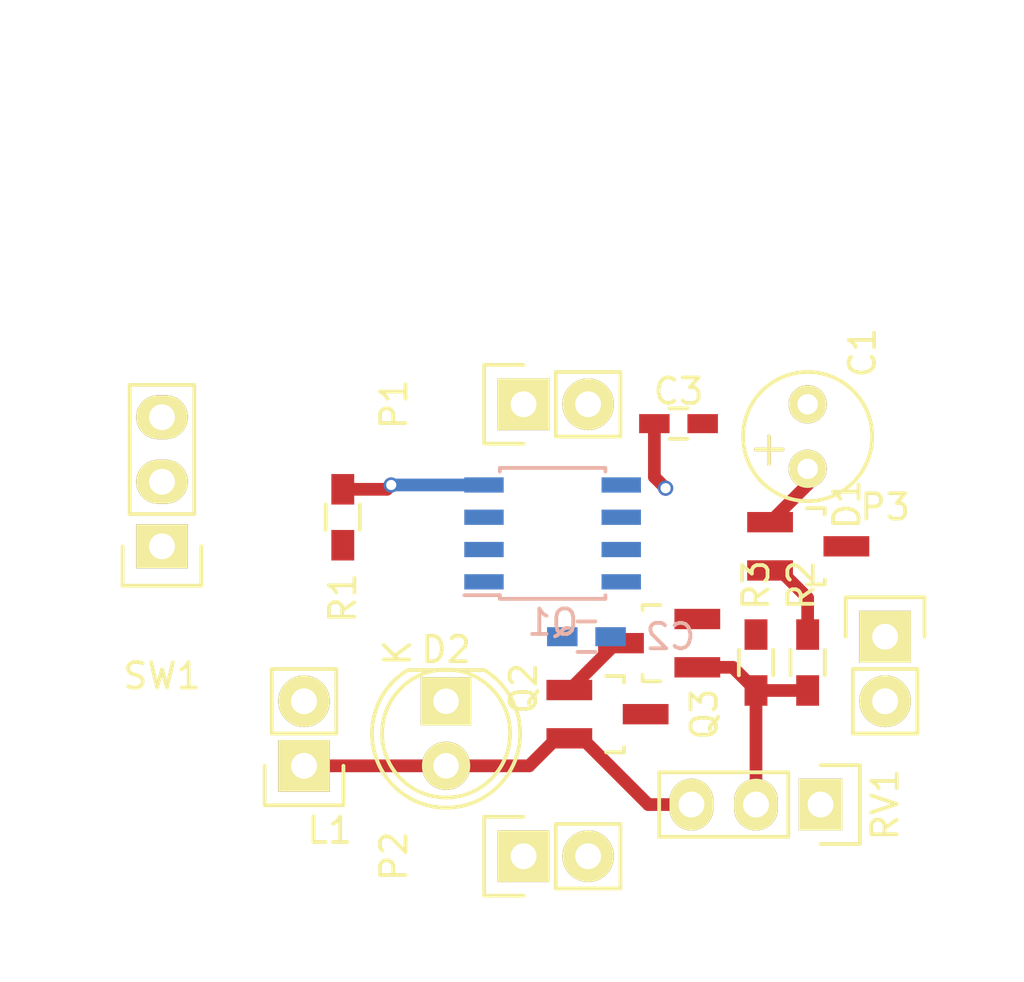
<source format=kicad_pcb>
(kicad_pcb (version 4) (host pcbnew "(2015-04-09 BZR 5589)-product")

  (general
    (links 33)
    (no_connects 23)
    (area 0 0 0 0)
    (thickness 1.6)
    (drawings 1)
    (tracks 27)
    (zones 0)
    (modules 17)
    (nets 12)
  )

  (page A4)
  (layers
    (0 F.Cu signal)
    (31 B.Cu signal)
    (32 B.Adhes user)
    (33 F.Adhes user)
    (34 B.Paste user)
    (35 F.Paste user)
    (36 B.SilkS user)
    (37 F.SilkS user)
    (38 B.Mask user)
    (39 F.Mask user)
    (40 Dwgs.User user)
    (41 Cmts.User user)
    (42 Eco1.User user)
    (43 Eco2.User user)
    (44 Edge.Cuts user)
    (45 Margin user)
    (46 B.CrtYd user)
    (47 F.CrtYd user)
    (48 B.Fab user)
    (49 F.Fab user)
  )

  (setup
    (last_trace_width 0.5)
    (user_trace_width 0.5)
    (trace_clearance 0.2)
    (zone_clearance 0.508)
    (zone_45_only no)
    (trace_min 0.2)
    (segment_width 0.2)
    (edge_width 0.1)
    (via_size 0.6)
    (via_drill 0.4)
    (via_min_size 0.4)
    (via_min_drill 0.3)
    (uvia_size 0.3)
    (uvia_drill 0.1)
    (uvias_allowed no)
    (uvia_min_size 0.2)
    (uvia_min_drill 0.1)
    (pcb_text_width 0.3)
    (pcb_text_size 1.5 1.5)
    (mod_edge_width 0.15)
    (mod_text_size 1 1)
    (mod_text_width 0.15)
    (pad_size 1.5 1.5)
    (pad_drill 0.6)
    (pad_to_mask_clearance 0)
    (aux_axis_origin 0 0)
    (grid_origin 153.416 135.128)
    (visible_elements FFFEFF7F)
    (pcbplotparams
      (layerselection 0x00030_80000001)
      (usegerberextensions false)
      (excludeedgelayer true)
      (linewidth 0.100000)
      (plotframeref false)
      (viasonmask false)
      (mode 1)
      (useauxorigin false)
      (hpglpennumber 1)
      (hpglpenspeed 20)
      (hpglpendiameter 15)
      (hpglpenoverlay 2)
      (psnegative false)
      (psa4output false)
      (plotreference true)
      (plotvalue true)
      (plotinvisibletext false)
      (padsonsilk false)
      (subtractmaskfromsilk false)
      (outputformat 1)
      (mirror false)
      (drillshape 1)
      (scaleselection 1)
      (outputdirectory ""))
  )

  (net 0 "")
  (net 1 GND)
  (net 2 +5V)
  (net 3 "Net-(D1-Pad2)")
  (net 4 PEND_SIG)
  (net 5 "Net-(Q1-Pad1)")
  (net 6 "Net-(Q1-Pad4)")
  (net 7 VCC)
  (net 8 "Net-(Q2-Pad1)")
  (net 9 "Net-(Q2-Pad3)")
  (net 10 "Net-(R1-Pad2)")
  (net 11 "Net-(RV1-Pad1)")

  (net_class Default "This is the default net class."
    (clearance 0.2)
    (trace_width 0.25)
    (via_dia 0.6)
    (via_drill 0.4)
    (uvia_dia 0.3)
    (uvia_drill 0.1)
    (add_net +5V)
    (add_net GND)
    (add_net "Net-(D1-Pad2)")
    (add_net "Net-(Q1-Pad1)")
    (add_net "Net-(Q1-Pad4)")
    (add_net "Net-(Q2-Pad1)")
    (add_net "Net-(Q2-Pad3)")
    (add_net "Net-(R1-Pad2)")
    (add_net "Net-(RV1-Pad1)")
    (add_net PEND_SIG)
    (add_net VCC)
  )

  (module Capacitors_SMD:C_0603_HandSoldering (layer B.Cu) (tedit 541A9B4D) (tstamp 563023C7)
    (at 146.746 128.524 180)
    (descr "Capacitor SMD 0603, hand soldering")
    (tags "capacitor 0603")
    (path /56302324)
    (attr smd)
    (fp_text reference C2 (at -3.302 0 180) (layer B.SilkS)
      (effects (font (size 1 1) (thickness 0.15)) (justify mirror))
    )
    (fp_text value 1u (at 0 -1.9 180) (layer B.Fab)
      (effects (font (size 1 1) (thickness 0.15)) (justify mirror))
    )
    (fp_line (start -1.85 0.75) (end 1.85 0.75) (layer B.CrtYd) (width 0.05))
    (fp_line (start -1.85 -0.75) (end 1.85 -0.75) (layer B.CrtYd) (width 0.05))
    (fp_line (start -1.85 0.75) (end -1.85 -0.75) (layer B.CrtYd) (width 0.05))
    (fp_line (start 1.85 0.75) (end 1.85 -0.75) (layer B.CrtYd) (width 0.05))
    (fp_line (start -0.35 0.6) (end 0.35 0.6) (layer B.SilkS) (width 0.15))
    (fp_line (start 0.35 -0.6) (end -0.35 -0.6) (layer B.SilkS) (width 0.15))
    (pad 1 smd rect (at -0.95 0 180) (size 1.2 0.75) (layers B.Cu B.Paste B.Mask)
      (net 7 VCC))
    (pad 2 smd rect (at 0.95 0 180) (size 1.2 0.75) (layers B.Cu B.Paste B.Mask)
      (net 1 GND))
    (model Capacitors_SMD.3dshapes/C_0603_HandSoldering.wrl
      (at (xyz 0 0 0))
      (scale (xyz 1 1 1))
      (rotate (xyz 0 0 0))
    )
  )

  (module LEDs:LED-5MM (layer F.Cu) (tedit 5570F7EA) (tstamp 563023D4)
    (at 141.224 131.064 270)
    (descr "LED 5mm round vertical")
    (tags "LED 5mm round vertical")
    (path /562972A8)
    (fp_text reference D2 (at -2.032 0 540) (layer F.SilkS)
      (effects (font (size 1 1) (thickness 0.15)))
    )
    (fp_text value LED (at 1.524 -3.937 270) (layer F.Fab)
      (effects (font (size 1 1) (thickness 0.15)))
    )
    (fp_line (start -1.5 -1.55) (end -1.5 1.55) (layer F.CrtYd) (width 0.05))
    (fp_arc (start 1.3 0) (end -1.5 1.55) (angle -302) (layer F.CrtYd) (width 0.05))
    (fp_arc (start 1.27 0) (end -1.23 -1.5) (angle 297.5) (layer F.SilkS) (width 0.15))
    (fp_line (start -1.23 1.5) (end -1.23 -1.5) (layer F.SilkS) (width 0.15))
    (fp_circle (center 1.27 0) (end 0.97 -2.5) (layer F.SilkS) (width 0.15))
    (fp_text user K (at -1.905 1.905 270) (layer F.SilkS)
      (effects (font (size 1 1) (thickness 0.15)))
    )
    (pad 1 thru_hole rect (at 0 0) (size 2 1.9) (drill 1.00076) (layers *.Cu *.Mask F.SilkS)
      (net 1 GND))
    (pad 2 thru_hole circle (at 2.54 0 270) (size 1.9 1.9) (drill 1.00076) (layers *.Cu *.Mask F.SilkS)
      (net 4 PEND_SIG))
    (model LEDs.3dshapes/LED-5MM.wrl
      (at (xyz 0.05 0 0))
      (scale (xyz 1 1 1))
      (rotate (xyz 0 0 90))
    )
  )

  (module Pin_Headers:Pin_Header_Straight_1x02 (layer F.Cu) (tedit 54EA090C) (tstamp 563023DA)
    (at 135.636 133.604 180)
    (descr "Through hole pin header")
    (tags "pin header")
    (path /562973EC)
    (fp_text reference L1 (at -1.016 -2.54 180) (layer F.SilkS)
      (effects (font (size 1 1) (thickness 0.15)))
    )
    (fp_text value COIL (at 0 -3.1 180) (layer F.Fab)
      (effects (font (size 1 1) (thickness 0.15)))
    )
    (fp_line (start 1.27 1.27) (end 1.27 3.81) (layer F.SilkS) (width 0.15))
    (fp_line (start 1.55 -1.55) (end 1.55 0) (layer F.SilkS) (width 0.15))
    (fp_line (start -1.75 -1.75) (end -1.75 4.3) (layer F.CrtYd) (width 0.05))
    (fp_line (start 1.75 -1.75) (end 1.75 4.3) (layer F.CrtYd) (width 0.05))
    (fp_line (start -1.75 -1.75) (end 1.75 -1.75) (layer F.CrtYd) (width 0.05))
    (fp_line (start -1.75 4.3) (end 1.75 4.3) (layer F.CrtYd) (width 0.05))
    (fp_line (start 1.27 1.27) (end -1.27 1.27) (layer F.SilkS) (width 0.15))
    (fp_line (start -1.55 0) (end -1.55 -1.55) (layer F.SilkS) (width 0.15))
    (fp_line (start -1.55 -1.55) (end 1.55 -1.55) (layer F.SilkS) (width 0.15))
    (fp_line (start -1.27 1.27) (end -1.27 3.81) (layer F.SilkS) (width 0.15))
    (fp_line (start -1.27 3.81) (end 1.27 3.81) (layer F.SilkS) (width 0.15))
    (pad 1 thru_hole rect (at 0 0 180) (size 2.032 2.032) (drill 1.016) (layers *.Cu *.Mask F.SilkS)
      (net 4 PEND_SIG))
    (pad 2 thru_hole oval (at 0 2.54 180) (size 2.032 2.032) (drill 1.016) (layers *.Cu *.Mask F.SilkS)
      (net 1 GND))
    (model Pin_Headers.3dshapes/Pin_Header_Straight_1x02.wrl
      (at (xyz 0 -0.05 0))
      (scale (xyz 1 1 1))
      (rotate (xyz 0 0 90))
    )
  )

  (module Housings_SOIC:SOIC-8_3.9x4.9mm_Pitch1.27mm (layer B.Cu) (tedit 54130A77) (tstamp 563023ED)
    (at 145.415 124.46)
    (descr "8-Lead Plastic Small Outline (SN) - Narrow, 3.90 mm Body [SOIC] (see Microchip Packaging Specification 00000049BS.pdf)")
    (tags "SOIC 1.27")
    (path /56304A44)
    (attr smd)
    (fp_text reference Q1 (at 0 3.5) (layer B.SilkS)
      (effects (font (size 1 1) (thickness 0.15)) (justify mirror))
    )
    (fp_text value Si9933CDY (at 0 -3.5) (layer B.Fab)
      (effects (font (size 1 1) (thickness 0.15)) (justify mirror))
    )
    (fp_line (start -3.75 2.75) (end -3.75 -2.75) (layer B.CrtYd) (width 0.05))
    (fp_line (start 3.75 2.75) (end 3.75 -2.75) (layer B.CrtYd) (width 0.05))
    (fp_line (start -3.75 2.75) (end 3.75 2.75) (layer B.CrtYd) (width 0.05))
    (fp_line (start -3.75 -2.75) (end 3.75 -2.75) (layer B.CrtYd) (width 0.05))
    (fp_line (start -2.075 2.575) (end -2.075 2.43) (layer B.SilkS) (width 0.15))
    (fp_line (start 2.075 2.575) (end 2.075 2.43) (layer B.SilkS) (width 0.15))
    (fp_line (start 2.075 -2.575) (end 2.075 -2.43) (layer B.SilkS) (width 0.15))
    (fp_line (start -2.075 -2.575) (end -2.075 -2.43) (layer B.SilkS) (width 0.15))
    (fp_line (start -2.075 2.575) (end 2.075 2.575) (layer B.SilkS) (width 0.15))
    (fp_line (start -2.075 -2.575) (end 2.075 -2.575) (layer B.SilkS) (width 0.15))
    (fp_line (start -2.075 2.43) (end -3.475 2.43) (layer B.SilkS) (width 0.15))
    (pad 1 smd rect (at -2.7 1.905) (size 1.55 0.6) (layers B.Cu B.Paste B.Mask)
      (net 5 "Net-(Q1-Pad1)"))
    (pad 2 smd rect (at -2.7 0.635) (size 1.55 0.6) (layers B.Cu B.Paste B.Mask)
      (net 1 GND))
    (pad 3 smd rect (at -2.7 -0.635) (size 1.55 0.6) (layers B.Cu B.Paste B.Mask)
      (net 5 "Net-(Q1-Pad1)"))
    (pad 4 smd rect (at -2.7 -1.905) (size 1.55 0.6) (layers B.Cu B.Paste B.Mask)
      (net 6 "Net-(Q1-Pad4)"))
    (pad 5 smd rect (at 2.7 -1.905) (size 1.55 0.6) (layers B.Cu B.Paste B.Mask)
      (net 2 +5V))
    (pad 6 smd rect (at 2.7 -0.635) (size 1.55 0.6) (layers B.Cu B.Paste B.Mask)
      (net 2 +5V))
    (pad 7 smd rect (at 2.7 0.635) (size 1.55 0.6) (layers B.Cu B.Paste B.Mask)
      (net 7 VCC))
    (pad 8 smd rect (at 2.7 1.905) (size 1.55 0.6) (layers B.Cu B.Paste B.Mask)
      (net 7 VCC))
    (model Housings_SOIC.3dshapes/SOIC-8_3.9x4.9mm_Pitch1.27mm.wrl
      (at (xyz 0 0 0))
      (scale (xyz 1 1 1))
      (rotate (xyz 0 0 0))
    )
  )

  (module Resistors_SMD:R_0603_HandSoldering (layer F.Cu) (tedit 5418A00F) (tstamp 56302401)
    (at 137.16 123.825 270)
    (descr "Resistor SMD 0603, hand soldering")
    (tags "resistor 0603")
    (path /563046D2)
    (attr smd)
    (fp_text reference R1 (at 3.175 0 270) (layer F.SilkS)
      (effects (font (size 1 1) (thickness 0.15)))
    )
    (fp_text value 1K (at 0 1.9 270) (layer F.Fab)
      (effects (font (size 1 1) (thickness 0.15)))
    )
    (fp_line (start -2 -0.8) (end 2 -0.8) (layer F.CrtYd) (width 0.05))
    (fp_line (start -2 0.8) (end 2 0.8) (layer F.CrtYd) (width 0.05))
    (fp_line (start -2 -0.8) (end -2 0.8) (layer F.CrtYd) (width 0.05))
    (fp_line (start 2 -0.8) (end 2 0.8) (layer F.CrtYd) (width 0.05))
    (fp_line (start 0.5 0.675) (end -0.5 0.675) (layer F.SilkS) (width 0.15))
    (fp_line (start -0.5 -0.675) (end 0.5 -0.675) (layer F.SilkS) (width 0.15))
    (pad 1 smd rect (at -1.1 0 270) (size 1.2 0.9) (layers F.Cu F.Paste F.Mask)
      (net 6 "Net-(Q1-Pad4)"))
    (pad 2 smd rect (at 1.1 0 270) (size 1.2 0.9) (layers F.Cu F.Paste F.Mask)
      (net 10 "Net-(R1-Pad2)"))
    (model Resistors_SMD.3dshapes/R_0603_HandSoldering.wrl
      (at (xyz 0 0 0))
      (scale (xyz 1 1 1))
      (rotate (xyz 0 0 0))
    )
  )

  (module Resistors_SMD:R_0603_HandSoldering (layer F.Cu) (tedit 5418A00F) (tstamp 56302407)
    (at 155.448 129.54 90)
    (descr "Resistor SMD 0603, hand soldering")
    (tags "resistor 0603")
    (path /562971DA)
    (attr smd)
    (fp_text reference R2 (at 3.048 -0.254 90) (layer F.SilkS)
      (effects (font (size 1 1) (thickness 0.15)))
    )
    (fp_text value 100K (at 0 1.9 90) (layer F.Fab)
      (effects (font (size 1 1) (thickness 0.15)))
    )
    (fp_line (start -2 -0.8) (end 2 -0.8) (layer F.CrtYd) (width 0.05))
    (fp_line (start -2 0.8) (end 2 0.8) (layer F.CrtYd) (width 0.05))
    (fp_line (start -2 -0.8) (end -2 0.8) (layer F.CrtYd) (width 0.05))
    (fp_line (start 2 -0.8) (end 2 0.8) (layer F.CrtYd) (width 0.05))
    (fp_line (start 0.5 0.675) (end -0.5 0.675) (layer F.SilkS) (width 0.15))
    (fp_line (start -0.5 -0.675) (end 0.5 -0.675) (layer F.SilkS) (width 0.15))
    (pad 1 smd rect (at -1.1 0 90) (size 1.2 0.9) (layers F.Cu F.Paste F.Mask)
      (net 8 "Net-(Q2-Pad1)"))
    (pad 2 smd rect (at 1.1 0 90) (size 1.2 0.9) (layers F.Cu F.Paste F.Mask)
      (net 3 "Net-(D1-Pad2)"))
    (model Resistors_SMD.3dshapes/R_0603_HandSoldering.wrl
      (at (xyz 0 0 0))
      (scale (xyz 1 1 1))
      (rotate (xyz 0 0 0))
    )
  )

  (module Resistors_SMD:R_0603_HandSoldering (layer F.Cu) (tedit 5418A00F) (tstamp 5630240D)
    (at 153.416 129.54 270)
    (descr "Resistor SMD 0603, hand soldering")
    (tags "resistor 0603")
    (path /563015E2)
    (attr smd)
    (fp_text reference R3 (at -3.048 0 270) (layer F.SilkS)
      (effects (font (size 1 1) (thickness 0.15)))
    )
    (fp_text value 10K (at 0 1.9 270) (layer F.Fab)
      (effects (font (size 1 1) (thickness 0.15)))
    )
    (fp_line (start -2 -0.8) (end 2 -0.8) (layer F.CrtYd) (width 0.05))
    (fp_line (start -2 0.8) (end 2 0.8) (layer F.CrtYd) (width 0.05))
    (fp_line (start -2 -0.8) (end -2 0.8) (layer F.CrtYd) (width 0.05))
    (fp_line (start 2 -0.8) (end 2 0.8) (layer F.CrtYd) (width 0.05))
    (fp_line (start 0.5 0.675) (end -0.5 0.675) (layer F.SilkS) (width 0.15))
    (fp_line (start -0.5 -0.675) (end 0.5 -0.675) (layer F.SilkS) (width 0.15))
    (pad 1 smd rect (at -1.1 0 270) (size 1.2 0.9) (layers F.Cu F.Paste F.Mask)
      (net 1 GND))
    (pad 2 smd rect (at 1.1 0 270) (size 1.2 0.9) (layers F.Cu F.Paste F.Mask)
      (net 8 "Net-(Q2-Pad1)"))
    (model Resistors_SMD.3dshapes/R_0603_HandSoldering.wrl
      (at (xyz 0 0 0))
      (scale (xyz 1 1 1))
      (rotate (xyz 0 0 0))
    )
  )

  (module Pin_Headers:Pin_Header_Straight_1x03 (layer F.Cu) (tedit 0) (tstamp 56302414)
    (at 155.956 135.128 270)
    (descr "Through hole pin header")
    (tags "pin header")
    (path /56301D21)
    (fp_text reference RV1 (at 0 -2.54 270) (layer F.SilkS)
      (effects (font (size 1 1) (thickness 0.15)))
    )
    (fp_text value "100K Linear" (at 0 -3.1 270) (layer F.Fab)
      (effects (font (size 1 1) (thickness 0.15)))
    )
    (fp_line (start -1.75 -1.75) (end -1.75 6.85) (layer F.CrtYd) (width 0.05))
    (fp_line (start 1.75 -1.75) (end 1.75 6.85) (layer F.CrtYd) (width 0.05))
    (fp_line (start -1.75 -1.75) (end 1.75 -1.75) (layer F.CrtYd) (width 0.05))
    (fp_line (start -1.75 6.85) (end 1.75 6.85) (layer F.CrtYd) (width 0.05))
    (fp_line (start -1.27 1.27) (end -1.27 6.35) (layer F.SilkS) (width 0.15))
    (fp_line (start -1.27 6.35) (end 1.27 6.35) (layer F.SilkS) (width 0.15))
    (fp_line (start 1.27 6.35) (end 1.27 1.27) (layer F.SilkS) (width 0.15))
    (fp_line (start 1.55 -1.55) (end 1.55 0) (layer F.SilkS) (width 0.15))
    (fp_line (start 1.27 1.27) (end -1.27 1.27) (layer F.SilkS) (width 0.15))
    (fp_line (start -1.55 0) (end -1.55 -1.55) (layer F.SilkS) (width 0.15))
    (fp_line (start -1.55 -1.55) (end 1.55 -1.55) (layer F.SilkS) (width 0.15))
    (pad 1 thru_hole rect (at 0 0 270) (size 2.032 1.7272) (drill 1.016) (layers *.Cu *.Mask F.SilkS)
      (net 11 "Net-(RV1-Pad1)"))
    (pad 2 thru_hole oval (at 0 2.54 270) (size 2.032 1.7272) (drill 1.016) (layers *.Cu *.Mask F.SilkS)
      (net 8 "Net-(Q2-Pad1)"))
    (pad 3 thru_hole oval (at 0 5.08 270) (size 2.032 1.7272) (drill 1.016) (layers *.Cu *.Mask F.SilkS)
      (net 4 PEND_SIG))
    (model Pin_Headers.3dshapes/Pin_Header_Straight_1x03.wrl
      (at (xyz 0 -0.1 0))
      (scale (xyz 1 1 1))
      (rotate (xyz 0 0 90))
    )
  )

  (module Pin_Headers:Pin_Header_Straight_1x03 (layer F.Cu) (tedit 0) (tstamp 5630241B)
    (at 130.048 124.968 180)
    (descr "Through hole pin header")
    (tags "pin header")
    (path /56303CA1)
    (fp_text reference SW1 (at 0 -5.1 180) (layer F.SilkS)
      (effects (font (size 1 1) (thickness 0.15)))
    )
    (fp_text value SWITCH_INV (at 0 -3.1 180) (layer F.Fab)
      (effects (font (size 1 1) (thickness 0.15)))
    )
    (fp_line (start -1.75 -1.75) (end -1.75 6.85) (layer F.CrtYd) (width 0.05))
    (fp_line (start 1.75 -1.75) (end 1.75 6.85) (layer F.CrtYd) (width 0.05))
    (fp_line (start -1.75 -1.75) (end 1.75 -1.75) (layer F.CrtYd) (width 0.05))
    (fp_line (start -1.75 6.85) (end 1.75 6.85) (layer F.CrtYd) (width 0.05))
    (fp_line (start -1.27 1.27) (end -1.27 6.35) (layer F.SilkS) (width 0.15))
    (fp_line (start -1.27 6.35) (end 1.27 6.35) (layer F.SilkS) (width 0.15))
    (fp_line (start 1.27 6.35) (end 1.27 1.27) (layer F.SilkS) (width 0.15))
    (fp_line (start 1.55 -1.55) (end 1.55 0) (layer F.SilkS) (width 0.15))
    (fp_line (start 1.27 1.27) (end -1.27 1.27) (layer F.SilkS) (width 0.15))
    (fp_line (start -1.55 0) (end -1.55 -1.55) (layer F.SilkS) (width 0.15))
    (fp_line (start -1.55 -1.55) (end 1.55 -1.55) (layer F.SilkS) (width 0.15))
    (pad 1 thru_hole rect (at 0 0 180) (size 2.032 1.7272) (drill 1.016) (layers *.Cu *.Mask F.SilkS)
      (net 1 GND))
    (pad 2 thru_hole oval (at 0 2.54 180) (size 2.032 1.7272) (drill 1.016) (layers *.Cu *.Mask F.SilkS)
      (net 10 "Net-(R1-Pad2)"))
    (pad 3 thru_hole oval (at 0 5.08 180) (size 2.032 1.7272) (drill 1.016) (layers *.Cu *.Mask F.SilkS)
      (net 2 +5V))
    (model Pin_Headers.3dshapes/Pin_Header_Straight_1x03.wrl
      (at (xyz 0 -0.1 0))
      (scale (xyz 1 1 1))
      (rotate (xyz 0 0 90))
    )
  )

  (module Housings_SOT-23_SOT-143_TSOT-6:SOT-23_Handsoldering (layer F.Cu) (tedit 54E9291B) (tstamp 5630254D)
    (at 155.47086 124.968 270)
    (descr "SOT-23, Handsoldering")
    (tags SOT-23)
    (path /5629717F)
    (attr smd)
    (fp_text reference D1 (at -1.651 -1.524 270) (layer F.SilkS)
      (effects (font (size 1 1) (thickness 0.15)))
    )
    (fp_text value 1N914 (at 0 3.81 270) (layer F.Fab)
      (effects (font (size 1 1) (thickness 0.15)))
    )
    (fp_line (start -1.49982 0.0508) (end -1.49982 -0.65024) (layer F.SilkS) (width 0.15))
    (fp_line (start -1.49982 -0.65024) (end -1.2509 -0.65024) (layer F.SilkS) (width 0.15))
    (fp_line (start 1.29916 -0.65024) (end 1.49982 -0.65024) (layer F.SilkS) (width 0.15))
    (fp_line (start 1.49982 -0.65024) (end 1.49982 0.0508) (layer F.SilkS) (width 0.15))
    (pad 1 smd rect (at -0.95 1.50114 270) (size 0.8001 1.80086) (layers F.Cu F.Paste F.Mask)
      (net 7 VCC))
    (pad 2 smd rect (at 0.95 1.50114 270) (size 0.8001 1.80086) (layers F.Cu F.Paste F.Mask)
      (net 3 "Net-(D1-Pad2)"))
    (pad 3 smd rect (at 0 -1.50114 270) (size 0.8001 1.80086) (layers F.Cu F.Paste F.Mask))
    (model Housings_SOT-23_SOT-143_TSOT-6.3dshapes/SOT-23_Handsoldering.wrl
      (at (xyz 0 0 0))
      (scale (xyz 1 1 1))
      (rotate (xyz 0 0 0))
    )
  )

  (module Housings_SOT-23_SOT-143_TSOT-6:SOT-23_Handsoldering (layer F.Cu) (tedit 54E9291B) (tstamp 56302553)
    (at 149.606 128.778 90)
    (descr "SOT-23, Handsoldering")
    (tags SOT-23)
    (path /563018F9)
    (attr smd)
    (fp_text reference Q2 (at -1.778 -5.334 90) (layer F.SilkS)
      (effects (font (size 1 1) (thickness 0.15)))
    )
    (fp_text value MMBT3904 (at 0 3.81 90) (layer F.Fab)
      (effects (font (size 1 1) (thickness 0.15)))
    )
    (fp_line (start -1.49982 0.0508) (end -1.49982 -0.65024) (layer F.SilkS) (width 0.15))
    (fp_line (start -1.49982 -0.65024) (end -1.2509 -0.65024) (layer F.SilkS) (width 0.15))
    (fp_line (start 1.29916 -0.65024) (end 1.49982 -0.65024) (layer F.SilkS) (width 0.15))
    (fp_line (start 1.49982 -0.65024) (end 1.49982 0.0508) (layer F.SilkS) (width 0.15))
    (pad 1 smd rect (at -0.95 1.50114 90) (size 0.8001 1.80086) (layers F.Cu F.Paste F.Mask)
      (net 8 "Net-(Q2-Pad1)"))
    (pad 2 smd rect (at 0.95 1.50114 90) (size 0.8001 1.80086) (layers F.Cu F.Paste F.Mask)
      (net 1 GND))
    (pad 3 smd rect (at 0 -1.50114 90) (size 0.8001 1.80086) (layers F.Cu F.Paste F.Mask)
      (net 9 "Net-(Q2-Pad3)"))
    (model Housings_SOT-23_SOT-143_TSOT-6.3dshapes/SOT-23_Handsoldering.wrl
      (at (xyz 0 0 0))
      (scale (xyz 1 1 1))
      (rotate (xyz 0 0 0))
    )
  )

  (module Housings_SOT-23_SOT-143_TSOT-6:SOT-23_Handsoldering (layer F.Cu) (tedit 54E9291B) (tstamp 56302559)
    (at 147.574 131.572 270)
    (descr "SOT-23, Handsoldering")
    (tags SOT-23)
    (path /56305BC1)
    (attr smd)
    (fp_text reference Q3 (at 0 -3.81 270) (layer F.SilkS)
      (effects (font (size 1 1) (thickness 0.15)))
    )
    (fp_text value MMBT3906 (at 0 3.81 270) (layer F.Fab)
      (effects (font (size 1 1) (thickness 0.15)))
    )
    (fp_line (start -1.49982 0.0508) (end -1.49982 -0.65024) (layer F.SilkS) (width 0.15))
    (fp_line (start -1.49982 -0.65024) (end -1.2509 -0.65024) (layer F.SilkS) (width 0.15))
    (fp_line (start 1.29916 -0.65024) (end 1.49982 -0.65024) (layer F.SilkS) (width 0.15))
    (fp_line (start 1.49982 -0.65024) (end 1.49982 0.0508) (layer F.SilkS) (width 0.15))
    (pad 1 smd rect (at -0.95 1.50114 270) (size 0.8001 1.80086) (layers F.Cu F.Paste F.Mask)
      (net 9 "Net-(Q2-Pad3)"))
    (pad 2 smd rect (at 0.95 1.50114 270) (size 0.8001 1.80086) (layers F.Cu F.Paste F.Mask)
      (net 4 PEND_SIG))
    (pad 3 smd rect (at 0 -1.50114 270) (size 0.8001 1.80086) (layers F.Cu F.Paste F.Mask)
      (net 7 VCC))
    (model Housings_SOT-23_SOT-143_TSOT-6.3dshapes/SOT-23_Handsoldering.wrl
      (at (xyz 0 0 0))
      (scale (xyz 1 1 1))
      (rotate (xyz 0 0 0))
    )
  )

  (module Capacitors_Elko_ThroughHole:Elko_vert_11x5mm_RM2.5 (layer F.Cu) (tedit 5454A2C2) (tstamp 563028CF)
    (at 155.448 121.92 90)
    (descr "Electrolytic Capacitor, vertical, diameter 5mm, radial, RM 2,5mm")
    (tags "Electrolytic Capacitor, vertical, diameter 5mm, radial, RM 2,5mm, Elko, Electrolytkondensator, Kondensator gepolt, Durchmesser 5mm")
    (path /562971A4)
    (fp_text reference C1 (at 4.572 2.159 90) (layer F.SilkS)
      (effects (font (size 1 1) (thickness 0.15)))
    )
    (fp_text value 1000u (at 1.27 5.08 90) (layer F.Fab)
      (effects (font (size 1 1) (thickness 0.15)))
    )
    (fp_line (start 0.2032 -1.524) (end 1.27 -1.524) (layer F.Cu) (width 0.15))
    (fp_line (start 0.762 -2.032) (end 0.762 -0.9906) (layer F.Cu) (width 0.15))
    (fp_line (start 1.27 -1.524) (end 0.2032 -1.524) (layer F.SilkS) (width 0.15))
    (fp_line (start 0.762 -2.032) (end 0.762 -0.9906) (layer F.SilkS) (width 0.15))
    (fp_circle (center 1.27 0) (end 3.81 0) (layer F.SilkS) (width 0.15))
    (pad 2 thru_hole circle (at 2.54 0 90) (size 1.50114 1.50114) (drill 0.8001) (layers *.Cu *.Mask F.SilkS)
      (net 1 GND))
    (pad 1 thru_hole circle (at 0 0 90) (size 1.50114 1.50114) (drill 0.8001) (layers *.Cu *.Mask F.SilkS)
      (net 7 VCC))
    (model Capacitors_Elko_ThroughHole.3dshapes/Elko_vert_11x5mm_RM2.5.wrl
      (at (xyz 0 0 0))
      (scale (xyz 1 1 1))
      (rotate (xyz 0 0 0))
    )
  )

  (module Capacitors_SMD:C_0603_HandSoldering (layer F.Cu) (tedit 541A9B4D) (tstamp 563028D9)
    (at 150.368 120.142)
    (descr "Capacitor SMD 0603, hand soldering")
    (tags "capacitor 0603")
    (path /56306734)
    (attr smd)
    (fp_text reference C3 (at 0 -1.27) (layer F.SilkS)
      (effects (font (size 1 1) (thickness 0.15)))
    )
    (fp_text value 1u (at 0 1.9) (layer F.Fab)
      (effects (font (size 1 1) (thickness 0.15)))
    )
    (fp_line (start -1.85 -0.75) (end 1.85 -0.75) (layer F.CrtYd) (width 0.05))
    (fp_line (start -1.85 0.75) (end 1.85 0.75) (layer F.CrtYd) (width 0.05))
    (fp_line (start -1.85 -0.75) (end -1.85 0.75) (layer F.CrtYd) (width 0.05))
    (fp_line (start 1.85 -0.75) (end 1.85 0.75) (layer F.CrtYd) (width 0.05))
    (fp_line (start -0.35 -0.6) (end 0.35 -0.6) (layer F.SilkS) (width 0.15))
    (fp_line (start 0.35 0.6) (end -0.35 0.6) (layer F.SilkS) (width 0.15))
    (pad 1 smd rect (at -0.95 0) (size 1.2 0.75) (layers F.Cu F.Paste F.Mask)
      (net 2 +5V))
    (pad 2 smd rect (at 0.95 0) (size 1.2 0.75) (layers F.Cu F.Paste F.Mask)
      (net 1 GND))
    (model Capacitors_SMD.3dshapes/C_0603_HandSoldering.wrl
      (at (xyz 0 0 0))
      (scale (xyz 1 1 1))
      (rotate (xyz 0 0 0))
    )
  )

  (module Pin_Headers:Pin_Header_Straight_1x02 (layer F.Cu) (tedit 54EA090C) (tstamp 56303239)
    (at 144.272 137.16 90)
    (descr "Through hole pin header")
    (tags "pin header")
    (path /56307338)
    (fp_text reference P2 (at 0 -5.1 90) (layer F.SilkS)
      (effects (font (size 1 1) (thickness 0.15)))
    )
    (fp_text value CONN_01X02 (at 0 -3.1 90) (layer F.Fab)
      (effects (font (size 1 1) (thickness 0.15)))
    )
    (fp_line (start 1.27 1.27) (end 1.27 3.81) (layer F.SilkS) (width 0.15))
    (fp_line (start 1.55 -1.55) (end 1.55 0) (layer F.SilkS) (width 0.15))
    (fp_line (start -1.75 -1.75) (end -1.75 4.3) (layer F.CrtYd) (width 0.05))
    (fp_line (start 1.75 -1.75) (end 1.75 4.3) (layer F.CrtYd) (width 0.05))
    (fp_line (start -1.75 -1.75) (end 1.75 -1.75) (layer F.CrtYd) (width 0.05))
    (fp_line (start -1.75 4.3) (end 1.75 4.3) (layer F.CrtYd) (width 0.05))
    (fp_line (start 1.27 1.27) (end -1.27 1.27) (layer F.SilkS) (width 0.15))
    (fp_line (start -1.55 0) (end -1.55 -1.55) (layer F.SilkS) (width 0.15))
    (fp_line (start -1.55 -1.55) (end 1.55 -1.55) (layer F.SilkS) (width 0.15))
    (fp_line (start -1.27 1.27) (end -1.27 3.81) (layer F.SilkS) (width 0.15))
    (fp_line (start -1.27 3.81) (end 1.27 3.81) (layer F.SilkS) (width 0.15))
    (pad 1 thru_hole rect (at 0 0 90) (size 2.032 2.032) (drill 1.016) (layers *.Cu *.Mask F.SilkS)
      (net 4 PEND_SIG))
    (pad 2 thru_hole oval (at 0 2.54 90) (size 2.032 2.032) (drill 1.016) (layers *.Cu *.Mask F.SilkS)
      (net 4 PEND_SIG))
    (model Pin_Headers.3dshapes/Pin_Header_Straight_1x02.wrl
      (at (xyz 0 -0.05 0))
      (scale (xyz 1 1 1))
      (rotate (xyz 0 0 90))
    )
  )

  (module Pin_Headers:Pin_Header_Straight_1x02 (layer F.Cu) (tedit 54EA090C) (tstamp 5630323F)
    (at 158.496 128.524)
    (descr "Through hole pin header")
    (tags "pin header")
    (path /563074BD)
    (fp_text reference P3 (at 0 -5.1) (layer F.SilkS)
      (effects (font (size 1 1) (thickness 0.15)))
    )
    (fp_text value CONN_01X02 (at 0 -3.1) (layer F.Fab)
      (effects (font (size 1 1) (thickness 0.15)))
    )
    (fp_line (start 1.27 1.27) (end 1.27 3.81) (layer F.SilkS) (width 0.15))
    (fp_line (start 1.55 -1.55) (end 1.55 0) (layer F.SilkS) (width 0.15))
    (fp_line (start -1.75 -1.75) (end -1.75 4.3) (layer F.CrtYd) (width 0.05))
    (fp_line (start 1.75 -1.75) (end 1.75 4.3) (layer F.CrtYd) (width 0.05))
    (fp_line (start -1.75 -1.75) (end 1.75 -1.75) (layer F.CrtYd) (width 0.05))
    (fp_line (start -1.75 4.3) (end 1.75 4.3) (layer F.CrtYd) (width 0.05))
    (fp_line (start 1.27 1.27) (end -1.27 1.27) (layer F.SilkS) (width 0.15))
    (fp_line (start -1.55 0) (end -1.55 -1.55) (layer F.SilkS) (width 0.15))
    (fp_line (start -1.55 -1.55) (end 1.55 -1.55) (layer F.SilkS) (width 0.15))
    (fp_line (start -1.27 1.27) (end -1.27 3.81) (layer F.SilkS) (width 0.15))
    (fp_line (start -1.27 3.81) (end 1.27 3.81) (layer F.SilkS) (width 0.15))
    (pad 1 thru_hole rect (at 0 0) (size 2.032 2.032) (drill 1.016) (layers *.Cu *.Mask F.SilkS)
      (net 7 VCC))
    (pad 2 thru_hole oval (at 0 2.54) (size 2.032 2.032) (drill 1.016) (layers *.Cu *.Mask F.SilkS)
      (net 7 VCC))
    (model Pin_Headers.3dshapes/Pin_Header_Straight_1x02.wrl
      (at (xyz 0 -0.05 0))
      (scale (xyz 1 1 1))
      (rotate (xyz 0 0 90))
    )
  )

  (module Pin_Headers:Pin_Header_Straight_1x02 (layer F.Cu) (tedit 54EA090C) (tstamp 563032D9)
    (at 144.272 119.38 90)
    (descr "Through hole pin header")
    (tags "pin header")
    (path /56307131)
    (fp_text reference P1 (at 0 -5.1 90) (layer F.SilkS)
      (effects (font (size 1 1) (thickness 0.15)))
    )
    (fp_text value CONN_01X02 (at 0 -3.1 90) (layer F.Fab)
      (effects (font (size 1 1) (thickness 0.15)))
    )
    (fp_line (start 1.27 1.27) (end 1.27 3.81) (layer F.SilkS) (width 0.15))
    (fp_line (start 1.55 -1.55) (end 1.55 0) (layer F.SilkS) (width 0.15))
    (fp_line (start -1.75 -1.75) (end -1.75 4.3) (layer F.CrtYd) (width 0.05))
    (fp_line (start 1.75 -1.75) (end 1.75 4.3) (layer F.CrtYd) (width 0.05))
    (fp_line (start -1.75 -1.75) (end 1.75 -1.75) (layer F.CrtYd) (width 0.05))
    (fp_line (start -1.75 4.3) (end 1.75 4.3) (layer F.CrtYd) (width 0.05))
    (fp_line (start 1.27 1.27) (end -1.27 1.27) (layer F.SilkS) (width 0.15))
    (fp_line (start -1.55 0) (end -1.55 -1.55) (layer F.SilkS) (width 0.15))
    (fp_line (start -1.55 -1.55) (end 1.55 -1.55) (layer F.SilkS) (width 0.15))
    (fp_line (start -1.27 1.27) (end -1.27 3.81) (layer F.SilkS) (width 0.15))
    (fp_line (start -1.27 3.81) (end 1.27 3.81) (layer F.SilkS) (width 0.15))
    (pad 1 thru_hole rect (at 0 0 90) (size 2.032 2.032) (drill 1.016) (layers *.Cu *.Mask F.SilkS)
      (net 1 GND))
    (pad 2 thru_hole oval (at 0 2.54 90) (size 2.032 2.032) (drill 1.016) (layers *.Cu *.Mask F.SilkS)
      (net 2 +5V))
    (model Pin_Headers.3dshapes/Pin_Header_Straight_1x02.wrl
      (at (xyz 0 -0.05 0))
      (scale (xyz 1 1 1))
      (rotate (xyz 0 0 90))
    )
  )

  (dimension 40.005 (width 0.3) (layer Eco1.User)
    (gr_text "40.005 mm" (at 143.8275 105.33) (layer Eco1.User)
      (effects (font (size 1.5 1.5) (thickness 0.3)))
    )
    (feature1 (pts (xy 163.83 107.95) (xy 163.83 103.98)))
    (feature2 (pts (xy 123.825 107.95) (xy 123.825 103.98)))
    (crossbar (pts (xy 123.825 106.68) (xy 163.83 106.68)))
    (arrow1a (pts (xy 163.83 106.68) (xy 162.703496 107.266421)))
    (arrow1b (pts (xy 163.83 106.68) (xy 162.703496 106.093579)))
    (arrow2a (pts (xy 123.825 106.68) (xy 124.951504 107.266421)))
    (arrow2b (pts (xy 123.825 106.68) (xy 124.951504 106.093579)))
  )

  (segment (start 149.418 120.142) (end 149.418 122.24) (width 0.5) (layer F.Cu) (net 2))
  (via (at 149.86 122.682) (size 0.6) (layers F.Cu B.Cu) (net 2))
  (segment (start 149.418 122.24) (end 149.86 122.682) (width 0.5) (layer F.Cu) (net 2) (tstamp 56302988))
  (segment (start 154.366 125.918) (end 155.448 127) (width 0.5) (layer F.Cu) (net 3))
  (segment (start 155.448 127) (end 155.448 128.44) (width 0.5) (layer F.Cu) (net 3))
  (segment (start 153.96972 125.918) (end 154.366 125.918) (width 0.5) (layer F.Cu) (net 3))
  (segment (start 150.876 135.128) (end 149.17924 135.128) (width 0.5) (layer F.Cu) (net 4))
  (segment (start 149.17924 135.128) (end 146.57324 132.522) (width 0.5) (layer F.Cu) (net 4))
  (segment (start 146.57324 132.522) (end 146.07286 132.522) (width 0.5) (layer F.Cu) (net 4))
  (segment (start 141.224 133.604) (end 144.49048 133.604) (width 0.5) (layer F.Cu) (net 4))
  (segment (start 144.49048 133.604) (end 145.57248 132.522) (width 0.5) (layer F.Cu) (net 4))
  (segment (start 145.57248 132.522) (end 146.07286 132.522) (width 0.5) (layer F.Cu) (net 4))
  (segment (start 135.636 133.604) (end 141.224 133.604) (width 0.5) (layer F.Cu) (net 4))
  (segment (start 142.715 122.555) (end 139.065 122.555) (width 0.5) (layer B.Cu) (net 6))
  (segment (start 138.895 122.725) (end 137.16 122.725) (width 0.5) (layer F.Cu) (net 6) (tstamp 5630296B))
  (segment (start 139.065 122.555) (end 138.895 122.725) (width 0.5) (layer F.Cu) (net 6) (tstamp 5630296A))
  (via (at 139.065 122.555) (size 0.6) (layers F.Cu B.Cu) (net 6))
  (segment (start 155.448 121.92) (end 155.448 122.53972) (width 0.5) (layer F.Cu) (net 7))
  (segment (start 155.448 122.53972) (end 153.96972 124.018) (width 0.5) (layer F.Cu) (net 7))
  (segment (start 149.164 131.66086) (end 149.07514 131.572) (width 0.5) (layer F.Cu) (net 7))
  (segment (start 153.416 135.128) (end 153.416 130.64) (width 0.5) (layer F.Cu) (net 8))
  (segment (start 155.448 130.64) (end 153.416 130.64) (width 0.5) (layer F.Cu) (net 8))
  (segment (start 151.10714 129.728) (end 152.504 129.728) (width 0.5) (layer F.Cu) (net 8))
  (segment (start 152.504 129.728) (end 153.416 130.64) (width 0.5) (layer F.Cu) (net 8))
  (segment (start 151.10714 129.728) (end 150.683 129.728) (width 0.5) (layer F.Cu) (net 8) (status 30))
  (segment (start 148.10486 128.778) (end 147.91686 128.778) (width 0.5) (layer F.Cu) (net 9))
  (segment (start 147.91686 128.778) (end 146.07286 130.622) (width 0.5) (layer F.Cu) (net 9) (tstamp 56302B2D))

)

</source>
